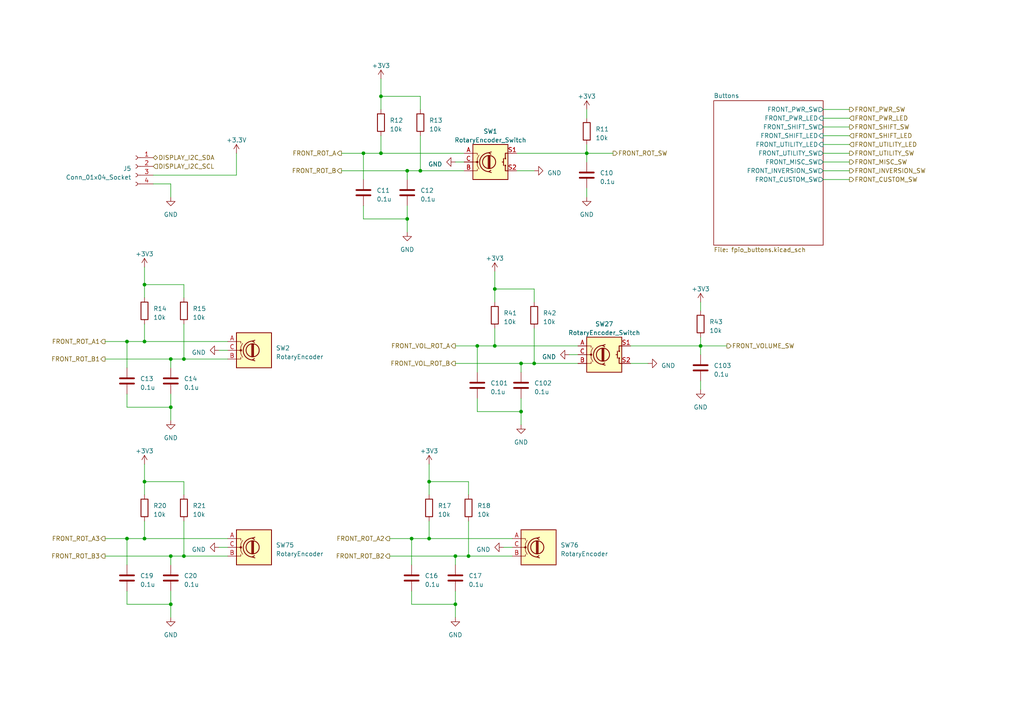
<source format=kicad_sch>
(kicad_sch (version 20230121) (generator eeschema)
  (paper "A4")
  (lib_symbols
    (symbol "Connector:Conn_01x04_Socket" (pin_names (offset 1.016) hide)
      (property "Reference" "J" (at 0 5.08 0))
      (property "Value" "Conn_01x04_Socket" (at 0 -7.62 0))
      (symbol "Conn_01x04_Socket_1_1"
        (arc (start 0 -4.572) (mid -0.5058 -5.08) (end 0 -5.588) (stroke (width 0.1524)))
        (arc (start 0 -2.032) (mid -0.5058 -2.54) (end 0 -3.048) (stroke (width 0.1524)))
        (polyline (pts (xy -1.27 -5.08) (xy -0.508 -5.08)) (stroke (width 0.1524)))
        (polyline (pts (xy -1.27 -2.54) (xy -0.508 -2.54)) (stroke (width 0.1524)))
        (polyline (pts (xy -1.27 0) (xy -0.508 0)) (stroke (width 0.1524)))
        (polyline (pts (xy -1.27 2.54) (xy -0.508 2.54)) (stroke (width 0.1524)))
        (arc (start 0 0.508) (mid -0.5058 0) (end 0 -0.508) (stroke (width 0.1524)))
        (arc (start 0 3.048) (mid -0.5058 2.54) (end 0 2.032) (stroke (width 0.1524)))
        (pin passive line (at -5.08 2.54 0) (length 3.81) (name "Pin_1") (number "1"))
        (pin passive line (at -5.08 0 0) (length 3.81) (name "Pin_2") (number "2"))
        (pin passive line (at -5.08 -2.54 0) (length 3.81) (name "Pin_3") (number "3"))
        (pin passive line (at -5.08 -5.08 0) (length 3.81) (name "Pin_4") (number "4"))
      )
    )
    (symbol "Device:C" (pin_numbers hide) (pin_names (offset 0.254))
      (property "Reference" "C" (at 0.635 2.54 0))
      (property "Value" "C" (at 0.635 -2.54 0))
      (symbol "C_0_1"
        (polyline (pts (xy -2.032 -0.762) (xy 2.032 -0.762)) (stroke (width 0.508)))
        (polyline (pts (xy -2.032 0.762) (xy 2.032 0.762)) (stroke (width 0.508)))
      )
      (symbol "C_1_1"
        (pin passive line (at 0 3.81 270) (length 2.794) (name "~") (number "1"))
        (pin passive line (at 0 -3.81 90) (length 2.794) (name "~") (number "2"))
      )
    )
    (symbol "Device:R" (pin_numbers hide) (pin_names (offset 0))
      (property "Reference" "R" (at 2.032 0 90))
      (property "Value" "R" (at 0 0 90))
      (symbol "R_0_1"
        (rectangle (start -1.016 -2.54) (end 1.016 2.54) (stroke (width 0.254)))
      )
      (symbol "R_1_1"
        (pin passive line (at 0 3.81 270) (length 1.27) (name "~") (number "1"))
        (pin passive line (at 0 -3.81 90) (length 1.27) (name "~") (number "2"))
      )
    )
    (symbol "Device:RotaryEncoder" (pin_names (offset 0.254) hide)
      (property "Reference" "SW" (at 0 6.604 0))
      (property "Value" "RotaryEncoder" (at 0 -6.604 0))
      (symbol "RotaryEncoder_0_1"
        (rectangle (start -5.08 5.08) (end 5.08 -5.08) (stroke (width 0.254)) (fill (type background)))
        (circle (center -3.81 0) (radius 0.254) (fill (type outline)))
        (circle (center -0.381 0) (radius 1.905) (stroke (width 0.254)))
        (arc (start -0.381 2.667) (mid -3.0988 -0.0635) (end -0.381 -2.794) (stroke (width 0.254)))
        (polyline (pts (xy -0.635 -1.778) (xy -0.635 1.778)) (stroke (width 0.254)))
        (polyline (pts (xy -0.381 -1.778) (xy -0.381 1.778)) (stroke (width 0.254)))
        (polyline (pts (xy -0.127 1.778) (xy -0.127 -1.778)) (stroke (width 0.254)))
        (polyline (pts (xy -5.08 -2.54) (xy -3.81 -2.54) (xy -3.81 -2.032)))
        (polyline (pts (xy -5.08 2.54) (xy -3.81 2.54) (xy -3.81 2.032)))
        (polyline (pts (xy 0.254 -3.048) (xy -0.508 -2.794) (xy 0.127 -2.413)) (stroke (width 0.254)))
        (polyline (pts (xy 0.254 2.921) (xy -0.508 2.667) (xy 0.127 2.286)) (stroke (width 0.254)))
        (polyline (pts (xy -5.08 0) (xy -3.81 0) (xy -3.81 -1.016) (xy -3.302 -2.032)))
        (polyline (pts (xy -4.318 0) (xy -3.81 0) (xy -3.81 1.016) (xy -3.302 2.032)))
      )
      (symbol "RotaryEncoder_1_1"
        (pin passive line (at -7.62 2.54 0) (length 2.54) (name "A") (number "A"))
        (pin passive line (at -7.62 -2.54 0) (length 2.54) (name "B") (number "B"))
        (pin passive line (at -7.62 0 0) (length 2.54) (name "C") (number "C"))
      )
    )
    (symbol "Device:RotaryEncoder_Switch" (pin_names (offset 0.254) hide)
      (property "Reference" "SW" (at 0 6.604 0))
      (property "Value" "RotaryEncoder_Switch" (at 0 -6.604 0))
      (symbol "RotaryEncoder_Switch_0_1"
        (rectangle (start -5.08 5.08) (end 5.08 -5.08) (stroke (width 0.254)) (fill (type background)))
        (circle (center -3.81 0) (radius 0.254) (fill (type outline)))
        (circle (center -0.381 0) (radius 1.905) (stroke (width 0.254)))
        (arc (start -0.381 2.667) (mid -3.0988 -0.0635) (end -0.381 -2.794) (stroke (width 0.254)))
        (polyline (pts (xy -0.635 -1.778) (xy -0.635 1.778)) (stroke (width 0.254)))
        (polyline (pts (xy -0.381 -1.778) (xy -0.381 1.778)) (stroke (width 0.254)))
        (polyline (pts (xy -0.127 1.778) (xy -0.127 -1.778)) (stroke (width 0.254)))
        (polyline (pts (xy 3.81 0) (xy 3.429 0)) (stroke (width 0.254)))
        (polyline (pts (xy 3.81 1.016) (xy 3.81 -1.016)) (stroke (width 0.254)))
        (polyline (pts (xy -5.08 -2.54) (xy -3.81 -2.54) (xy -3.81 -2.032)))
        (polyline (pts (xy -5.08 2.54) (xy -3.81 2.54) (xy -3.81 2.032)))
        (polyline (pts (xy 0.254 -3.048) (xy -0.508 -2.794) (xy 0.127 -2.413)) (stroke (width 0.254)))
        (polyline (pts (xy 0.254 2.921) (xy -0.508 2.667) (xy 0.127 2.286)) (stroke (width 0.254)))
        (polyline (pts (xy 5.08 -2.54) (xy 4.318 -2.54) (xy 4.318 -1.016)) (stroke (width 0.254)))
        (polyline (pts (xy 5.08 2.54) (xy 4.318 2.54) (xy 4.318 1.016)) (stroke (width 0.254)))
        (polyline (pts (xy -5.08 0) (xy -3.81 0) (xy -3.81 -1.016) (xy -3.302 -2.032)))
        (polyline (pts (xy -4.318 0) (xy -3.81 0) (xy -3.81 1.016) (xy -3.302 2.032)))
        (circle (center 4.318 -1.016) (radius 0.127) (stroke (width 0.254)))
        (circle (center 4.318 1.016) (radius 0.127) (stroke (width 0.254)))
      )
      (symbol "RotaryEncoder_Switch_1_1"
        (pin passive line (at -7.62 2.54 0) (length 2.54) (name "A") (number "A"))
        (pin passive line (at -7.62 -2.54 0) (length 2.54) (name "B") (number "B"))
        (pin passive line (at -7.62 0 0) (length 2.54) (name "C") (number "C"))
        (pin passive line (at 7.62 2.54 180) (length 2.54) (name "S1") (number "S1"))
        (pin passive line (at 7.62 -2.54 180) (length 2.54) (name "S2") (number "S2"))
      )
    )
    (symbol "power:+3.3V" (power) (pin_names (offset 0))
      (property "Value" "+3.3V" (at 0 3.556 0))
      (symbol "+3.3V_0_1"
        (polyline (pts (xy -0.762 1.27) (xy 0 2.54)))
        (polyline (pts (xy 0 0) (xy 0 2.54)))
        (polyline (pts (xy 0 2.54) (xy 0.762 1.27)))
      )
      (symbol "+3.3V_1_1"
        (pin power_in line (at 0 0 90) (length 0) hide (name "+3.3V") (number "1"))
      )
    )
    (symbol "power:+3V3" (power) (pin_names (offset 0))
      (property "Value" "+3V3" (at 0 3.556 0))
      (symbol "+3V3_0_1"
        (polyline (pts (xy -0.762 1.27) (xy 0 2.54)))
        (polyline (pts (xy 0 0) (xy 0 2.54)))
        (polyline (pts (xy 0 2.54) (xy 0.762 1.27)))
      )
      (symbol "+3V3_1_1"
        (pin power_in line (at 0 0 90) (length 0) hide (name "+3V3") (number "1"))
      )
    )
    (symbol "power:GND" (power) (pin_names (offset 0))
      (property "Value" "GND" (at 0 -3.81 0))
      (symbol "GND_0_1"
        (polyline (pts (xy 0 0) (xy 0 -1.27) (xy 1.27 -1.27) (xy 0 -2.54) (xy -1.27 -1.27) (xy 0 -1.27)))
      )
      (symbol "GND_1_1"
        (pin power_in line (at 0 0 270) (length 0) hide (name "GND") (number "1"))
      )
    )
  )
  (junction (at 143.51 83.82))
  (junction (at 119.38 156.21))
  (junction (at 36.83 99.06))
  (junction (at 124.46 139.7))
  (junction (at 110.49 27.94))
  (junction (at 170.18 44.45))
  (junction (at 105.41 44.45))
  (junction (at 118.11 63.5))
  (junction (at 143.51 100.33))
  (junction (at 138.43 100.33))
  (junction (at 49.53 118.11))
  (junction (at 49.53 175.26))
  (junction (at 132.08 161.29))
  (junction (at 36.83 156.21))
  (junction (at 135.89 161.29))
  (junction (at 41.91 82.55))
  (junction (at 121.92 49.53))
  (junction (at 49.53 161.29))
  (junction (at 203.2 100.33))
  (junction (at 132.08 175.26))
  (junction (at 53.34 161.29))
  (junction (at 41.91 99.06))
  (junction (at 41.91 139.7))
  (junction (at 151.13 119.38))
  (junction (at 49.53 104.14))
  (junction (at 53.34 104.14))
  (junction (at 41.91 156.21))
  (junction (at 151.13 105.41))
  (junction (at 124.46 156.21))
  (junction (at 154.94 105.41))
  (junction (at 110.49 44.45))
  (junction (at 118.11 49.53))
  (wire (pts (xy 110.49 27.94) (xy 121.92 27.94)))
  (wire (pts (xy 105.41 44.45) (xy 105.41 52.07)))
  (wire (pts (xy 41.91 99.06) (xy 66.04 99.06)))
  (wire (pts (xy 132.08 171.45) (xy 132.08 175.26)))
  (wire (pts (xy 41.91 82.55) (xy 53.34 82.55)))
  (wire (pts (xy 154.94 83.82) (xy 154.94 87.63)))
  (wire (pts (xy 135.89 139.7) (xy 135.89 143.51)))
  (wire (pts (xy 99.06 44.45) (xy 105.41 44.45)))
  (wire (pts (xy 119.38 156.21) (xy 119.38 163.83)))
  (wire (pts (xy 44.45 50.8) (xy 68.58 50.8)))
  (wire (pts (xy 148.59 158.75) (xy 146.05 158.75)))
  (wire (pts (xy 49.53 104.14) (xy 49.53 106.68)))
  (wire (pts (xy 41.91 151.13) (xy 41.91 156.21)))
  (wire (pts (xy 118.11 59.69) (xy 118.11 63.5)))
  (wire (pts (xy 36.83 99.06) (xy 41.91 99.06)))
  (wire (pts (xy 238.76 31.75) (xy 246.38 31.75)))
  (wire (pts (xy 170.18 31.75) (xy 170.18 34.29)))
  (wire (pts (xy 132.08 161.29) (xy 135.89 161.29)))
  (wire (pts (xy 203.2 87.63) (xy 203.2 90.17)))
  (wire (pts (xy 238.76 52.07) (xy 246.38 52.07)))
  (wire (pts (xy 41.91 156.21) (xy 66.04 156.21)))
  (wire (pts (xy 118.11 49.53) (xy 121.92 49.53)))
  (wire (pts (xy 30.48 161.29) (xy 49.53 161.29)))
  (wire (pts (xy 99.06 49.53) (xy 118.11 49.53)))
  (wire (pts (xy 132.08 105.41) (xy 151.13 105.41)))
  (wire (pts (xy 132.08 175.26) (xy 132.08 179.07)))
  (wire (pts (xy 49.53 161.29) (xy 49.53 163.83)))
  (wire (pts (xy 138.43 100.33) (xy 138.43 107.95)))
  (wire (pts (xy 119.38 156.21) (xy 124.46 156.21)))
  (wire (pts (xy 110.49 22.86) (xy 110.49 27.94)))
  (wire (pts (xy 121.92 27.94) (xy 121.92 31.75)))
  (wire (pts (xy 124.46 151.13) (xy 124.46 156.21)))
  (wire (pts (xy 167.64 102.87) (xy 165.1 102.87)))
  (wire (pts (xy 30.48 99.06) (xy 36.83 99.06)))
  (wire (pts (xy 68.58 50.8) (xy 68.58 44.45)))
  (wire (pts (xy 36.83 171.45) (xy 36.83 175.26)))
  (wire (pts (xy 105.41 59.69) (xy 105.41 63.5)))
  (wire (pts (xy 154.94 95.25) (xy 154.94 105.41)))
  (wire (pts (xy 151.13 105.41) (xy 151.13 107.95)))
  (wire (pts (xy 119.38 171.45) (xy 119.38 175.26)))
  (wire (pts (xy 124.46 139.7) (xy 124.46 143.51)))
  (wire (pts (xy 105.41 44.45) (xy 110.49 44.45)))
  (wire (pts (xy 121.92 39.37) (xy 121.92 49.53)))
  (wire (pts (xy 170.18 46.99) (xy 170.18 44.45)))
  (wire (pts (xy 151.13 105.41) (xy 154.94 105.41)))
  (wire (pts (xy 132.08 100.33) (xy 138.43 100.33)))
  (wire (pts (xy 203.2 102.87) (xy 203.2 100.33)))
  (wire (pts (xy 238.76 39.37) (xy 246.38 39.37)))
  (wire (pts (xy 49.53 104.14) (xy 53.34 104.14)))
  (wire (pts (xy 36.83 99.06) (xy 36.83 106.68)))
  (wire (pts (xy 36.83 156.21) (xy 36.83 163.83)))
  (wire (pts (xy 119.38 175.26) (xy 132.08 175.26)))
  (wire (pts (xy 154.94 105.41) (xy 167.64 105.41)))
  (wire (pts (xy 238.76 36.83) (xy 246.38 36.83)))
  (wire (pts (xy 49.53 175.26) (xy 49.53 179.07)))
  (wire (pts (xy 113.03 161.29) (xy 132.08 161.29)))
  (wire (pts (xy 53.34 151.13) (xy 53.34 161.29)))
  (wire (pts (xy 36.83 118.11) (xy 49.53 118.11)))
  (wire (pts (xy 41.91 77.47) (xy 41.91 82.55)))
  (wire (pts (xy 203.2 97.79) (xy 203.2 100.33)))
  (wire (pts (xy 41.91 139.7) (xy 41.91 143.51)))
  (wire (pts (xy 53.34 93.98) (xy 53.34 104.14)))
  (wire (pts (xy 44.45 53.34) (xy 49.53 53.34)))
  (wire (pts (xy 124.46 156.21) (xy 148.59 156.21)))
  (wire (pts (xy 110.49 44.45) (xy 134.62 44.45)))
  (wire (pts (xy 138.43 100.33) (xy 143.51 100.33)))
  (wire (pts (xy 66.04 158.75) (xy 63.5 158.75)))
  (wire (pts (xy 110.49 27.94) (xy 110.49 31.75)))
  (wire (pts (xy 66.04 101.6) (xy 63.5 101.6)))
  (wire (pts (xy 134.62 46.99) (xy 132.08 46.99)))
  (wire (pts (xy 238.76 46.99) (xy 246.38 46.99)))
  (wire (pts (xy 149.86 44.45) (xy 170.18 44.45)))
  (wire (pts (xy 238.76 34.29) (xy 246.38 34.29)))
  (wire (pts (xy 49.53 118.11) (xy 49.53 121.92)))
  (wire (pts (xy 149.86 49.53) (xy 154.94 49.53)))
  (wire (pts (xy 49.53 161.29) (xy 53.34 161.29)))
  (wire (pts (xy 105.41 63.5) (xy 118.11 63.5)))
  (wire (pts (xy 49.53 53.34) (xy 49.53 57.15)))
  (wire (pts (xy 138.43 115.57) (xy 138.43 119.38)))
  (wire (pts (xy 41.91 82.55) (xy 41.91 86.36)))
  (wire (pts (xy 238.76 49.53) (xy 246.38 49.53)))
  (wire (pts (xy 124.46 139.7) (xy 135.89 139.7)))
  (wire (pts (xy 238.76 44.45) (xy 246.38 44.45)))
  (wire (pts (xy 49.53 114.3) (xy 49.53 118.11)))
  (wire (pts (xy 182.88 105.41) (xy 187.96 105.41)))
  (wire (pts (xy 170.18 57.15) (xy 170.18 54.61)))
  (wire (pts (xy 30.48 156.21) (xy 36.83 156.21)))
  (wire (pts (xy 203.2 113.03) (xy 203.2 110.49)))
  (wire (pts (xy 53.34 139.7) (xy 53.34 143.51)))
  (wire (pts (xy 132.08 161.29) (xy 132.08 163.83)))
  (wire (pts (xy 110.49 39.37) (xy 110.49 44.45)))
  (wire (pts (xy 151.13 119.38) (xy 151.13 123.19)))
  (wire (pts (xy 143.51 83.82) (xy 154.94 83.82)))
  (wire (pts (xy 41.91 93.98) (xy 41.91 99.06)))
  (wire (pts (xy 36.83 175.26) (xy 49.53 175.26)))
  (wire (pts (xy 118.11 63.5) (xy 118.11 67.31)))
  (wire (pts (xy 138.43 119.38) (xy 151.13 119.38)))
  (wire (pts (xy 135.89 161.29) (xy 148.59 161.29)))
  (wire (pts (xy 113.03 156.21) (xy 119.38 156.21)))
  (wire (pts (xy 41.91 134.62) (xy 41.91 139.7)))
  (wire (pts (xy 49.53 171.45) (xy 49.53 175.26)))
  (wire (pts (xy 238.76 41.91) (xy 246.38 41.91)))
  (wire (pts (xy 203.2 100.33) (xy 210.82 100.33)))
  (wire (pts (xy 124.46 134.62) (xy 124.46 139.7)))
  (wire (pts (xy 143.51 78.74) (xy 143.51 83.82)))
  (wire (pts (xy 151.13 115.57) (xy 151.13 119.38)))
  (wire (pts (xy 53.34 161.29) (xy 66.04 161.29)))
  (wire (pts (xy 30.48 104.14) (xy 49.53 104.14)))
  (wire (pts (xy 121.92 49.53) (xy 134.62 49.53)))
  (wire (pts (xy 170.18 44.45) (xy 177.8 44.45)))
  (wire (pts (xy 53.34 104.14) (xy 66.04 104.14)))
  (wire (pts (xy 143.51 95.25) (xy 143.51 100.33)))
  (wire (pts (xy 170.18 41.91) (xy 170.18 44.45)))
  (wire (pts (xy 135.89 151.13) (xy 135.89 161.29)))
  (wire (pts (xy 53.34 82.55) (xy 53.34 86.36)))
  (wire (pts (xy 41.91 139.7) (xy 53.34 139.7)))
  (wire (pts (xy 36.83 156.21) (xy 41.91 156.21)))
  (wire (pts (xy 182.88 100.33) (xy 203.2 100.33)))
  (wire (pts (xy 143.51 100.33) (xy 167.64 100.33)))
  (wire (pts (xy 118.11 49.53) (xy 118.11 52.07)))
  (wire (pts (xy 143.51 83.82) (xy 143.51 87.63)))
  (wire (pts (xy 36.83 114.3) (xy 36.83 118.11)))
  (hierarchical_label "FRONT_PWR_SW" (shape output) (at 246.38 31.75 0))
  (hierarchical_label "FRONT_ROT_B2" (shape output) (at 113.03 161.29 180))
  (hierarchical_label "FRONT_VOL_ROT_A" (shape output) (at 132.08 100.33 180))
  (hierarchical_label "FRONT_SHIFT_SW" (shape output) (at 246.38 36.83 0))
  (hierarchical_label "FRONT_VOLUME_SW" (shape output) (at 210.82 100.33 0))
  (hierarchical_label "FRONT_UTILITY_SW" (shape output) (at 246.38 44.45 0))
  (hierarchical_label "FRONT_VOL_ROT_B" (shape output) (at 132.08 105.41 180))
  (hierarchical_label "FRONT_INVERSION_SW" (shape output) (at 246.38 49.53 0))
  (hierarchical_label "FRONT_ROT_B1" (shape output) (at 30.48 104.14 180))
  (hierarchical_label "DISPLAY_I2C_SCL" (shape input) (at 44.45 48.26 0))
  (hierarchical_label "FRONT_UTILITY_LED" (shape input) (at 246.38 41.91 0))
  (hierarchical_label "FRONT_CUSTOM_SW" (shape output) (at 246.38 52.07 0))
  (hierarchical_label "FRONT_ROT_A" (shape output) (at 99.06 44.45 180))
  (hierarchical_label "FRONT_ROT_A3" (shape output) (at 30.48 156.21 180))
  (hierarchical_label "FRONT_ROT_A2" (shape output) (at 113.03 156.21 180))
  (hierarchical_label "DISPLAY_I2C_SDA" (shape bidirectional) (at 44.45 45.72 0))
  (hierarchical_label "FRONT_PWR_LED" (shape input) (at 246.38 34.29 0))
  (hierarchical_label "FRONT_SHIFT_LED" (shape input) (at 246.38 39.37 0))
  (hierarchical_label "FRONT_ROT_B" (shape output) (at 99.06 49.53 180))
  (hierarchical_label "FRONT_ROT_SW" (shape output) (at 177.8 44.45 0))
  (hierarchical_label "FRONT_MISC_SW" (shape output) (at 246.38 46.99 0))
  (hierarchical_label "FRONT_ROT_B3" (shape output) (at 30.48 161.29 180))
  (hierarchical_label "FRONT_ROT_A1" (shape output) (at 30.48 99.06 180))
  (symbol (lib_id "Device:R") (at 203.2 93.98 0) (unit 1)
    (property "Reference" "R43" (at 205.74 93.345 0) (effects (justify left)))
    (property "Value" "10k" (at 205.74 95.885 0) (effects (justify left)))
  )
  (symbol (lib_id "Device:C") (at 119.38 167.64 0) (unit 1)
    (property "Reference" "C16" (at 123.19 167.005 0) (effects (justify left)))
    (property "Value" "0.1u" (at 123.19 169.545 0) (effects (justify left)))
  )
  (symbol (lib_id "power:GND") (at 132.08 46.99 270) (unit 1)
    (property "Reference" "#PWR028" (effects hide))
    (property "Value" "GND" (at 128.27 47.625 90) (effects (justify right)))
  )
  (symbol (lib_id "power:GND") (at 165.1 102.87 270) (unit 1)
    (property "Reference" "#PWR0223" (effects hide))
    (property "Value" "GND" (at 161.29 103.505 90) (effects (justify right)))
  )
  (symbol (lib_id "Device:R") (at 154.94 91.44 0) (unit 1)
    (property "Reference" "R42" (at 157.48 90.805 0) (effects (justify left)))
    (property "Value" "10k" (at 157.48 93.345 0) (effects (justify left)))
  )
  (symbol (lib_id "Device:C") (at 36.83 110.49 0) (unit 1)
    (property "Reference" "C13" (at 40.64 109.855 0) (effects (justify left)))
    (property "Value" "0.1u" (at 40.64 112.395 0) (effects (justify left)))
  )
  (symbol (lib_id "Device:C") (at 36.83 167.64 0) (unit 1)
    (property "Reference" "C19" (at 40.64 167.005 0) (effects (justify left)))
    (property "Value" "0.1u" (at 40.64 169.545 0) (effects (justify left)))
  )
  (symbol (lib_id "power:GND") (at 203.2 113.03 0) (unit 1)
    (property "Reference" "#PWR0226" (effects hide))
    (property "Value" "GND" (at 203.2 118.11 0))
  )
  (symbol (lib_id "Device:R") (at 53.34 90.17 0) (unit 1)
    (property "Reference" "R15" (at 55.88 89.535 0) (effects (justify left)))
    (property "Value" "10k" (at 55.88 92.075 0) (effects (justify left)))
  )
  (symbol (lib_id "Device:RotaryEncoder") (at 156.21 158.75 0) (unit 1)
    (property "Reference" "SW76" (at 162.56 158.115 0) (effects (justify left)))
    (property "Value" "RotaryEncoder" (at 162.56 160.655 0) (effects (justify left)))
  )
  (symbol (lib_id "Device:R") (at 110.49 35.56 0) (unit 1)
    (property "Reference" "R12" (at 113.03 34.925 0) (effects (justify left)))
    (property "Value" "10k" (at 113.03 37.465 0) (effects (justify left)))
  )
  (symbol (lib_id "Device:R") (at 121.92 35.56 0) (unit 1)
    (property "Reference" "R13" (at 124.46 34.925 0) (effects (justify left)))
    (property "Value" "10k" (at 124.46 37.465 0) (effects (justify left)))
  )
  (symbol (lib_id "power:GND") (at 170.18 57.15 0) (unit 1)
    (property "Reference" "#PWR029" (effects hide))
    (property "Value" "GND" (at 170.18 62.23 0))
  )
  (symbol (lib_id "Device:C") (at 49.53 167.64 0) (unit 1)
    (property "Reference" "C20" (at 53.34 167.005 0) (effects (justify left)))
    (property "Value" "0.1u" (at 53.34 169.545 0) (effects (justify left)))
  )
  (symbol (lib_id "power:+3V3") (at 41.91 77.47 0) (unit 1)
    (property "Reference" "#PWR033" (effects hide))
    (property "Value" "+3V3" (at 41.91 73.66 0))
  )
  (symbol (lib_id "Device:C") (at 170.18 50.8 0) (unit 1)
    (property "Reference" "C10" (at 173.99 50.165 0) (effects (justify left)))
    (property "Value" "0.1u" (at 173.99 52.705 0) (effects (justify left)))
  )
  (symbol (lib_id "power:+3V3") (at 110.49 22.86 0) (unit 1)
    (property "Reference" "#PWR031" (effects hide))
    (property "Value" "+3V3" (at 110.49 19.05 0))
  )
  (symbol (lib_id "Device:RotaryEncoder") (at 73.66 101.6 0) (unit 1)
    (property "Reference" "SW2" (at 80.01 100.965 0) (effects (justify left)))
    (property "Value" "RotaryEncoder" (at 80.01 103.505 0) (effects (justify left)))
  )
  (symbol (lib_id "Device:RotaryEncoder_Switch") (at 142.24 46.99 0) (unit 1)
    (property "Reference" "SW1" (at 142.24 38.1 0))
    (property "Value" "RotaryEncoder_Switch" (at 142.24 40.64 0))
  )
  (symbol (lib_id "Device:R") (at 53.34 147.32 0) (unit 1)
    (property "Reference" "R21" (at 55.88 146.685 0) (effects (justify left)))
    (property "Value" "10k" (at 55.88 149.225 0) (effects (justify left)))
  )
  (symbol (lib_id "Device:C") (at 105.41 55.88 0) (unit 1)
    (property "Reference" "C11" (at 109.22 55.245 0) (effects (justify left)))
    (property "Value" "0.1u" (at 109.22 57.785 0) (effects (justify left)))
  )
  (symbol (lib_id "power:GND") (at 63.5 101.6 270) (unit 1)
    (property "Reference" "#PWR035" (effects hide))
    (property "Value" "GND" (at 59.69 102.235 90) (effects (justify right)))
  )
  (symbol (lib_id "power:GND") (at 49.53 121.92 0) (unit 1)
    (property "Reference" "#PWR034" (effects hide))
    (property "Value" "GND" (at 49.53 127 0))
  )
  (symbol (lib_id "Device:R") (at 135.89 147.32 0) (unit 1)
    (property "Reference" "R18" (at 138.43 146.685 0) (effects (justify left)))
    (property "Value" "10k" (at 138.43 149.225 0) (effects (justify left)))
  )
  (symbol (lib_id "Device:C") (at 49.53 110.49 0) (unit 1)
    (property "Reference" "C14" (at 53.34 109.855 0) (effects (justify left)))
    (property "Value" "0.1u" (at 53.34 112.395 0) (effects (justify left)))
  )
  (symbol (lib_id "Device:RotaryEncoder") (at 73.66 158.75 0) (unit 1)
    (property "Reference" "SW75" (at 80.01 158.115 0) (effects (justify left)))
    (property "Value" "RotaryEncoder" (at 80.01 160.655 0) (effects (justify left)))
  )
  (symbol (lib_id "power:GND") (at 63.5 158.75 270) (unit 1)
    (property "Reference" "#PWR047" (effects hide))
    (property "Value" "GND" (at 59.69 159.385 90) (effects (justify right)))
  )
  (symbol (lib_id "Device:C") (at 203.2 106.68 0) (unit 1)
    (property "Reference" "C103" (at 207.01 106.045 0) (effects (justify left)))
    (property "Value" "0.1u" (at 207.01 108.585 0) (effects (justify left)))
  )
  (symbol (lib_id "power:+3V3") (at 41.91 134.62 0) (unit 1)
    (property "Reference" "#PWR045" (effects hide))
    (property "Value" "+3V3" (at 41.91 130.81 0))
  )
  (symbol (lib_id "power:+3V3") (at 124.46 134.62 0) (unit 1)
    (property "Reference" "#PWR039" (effects hide))
    (property "Value" "+3V3" (at 124.46 130.81 0))
  )
  (symbol (lib_id "Device:R") (at 143.51 91.44 0) (unit 1)
    (property "Reference" "R41" (at 146.05 90.805 0) (effects (justify left)))
    (property "Value" "10k" (at 146.05 93.345 0) (effects (justify left)))
  )
  (symbol (lib_id "Device:C") (at 132.08 167.64 0) (unit 1)
    (property "Reference" "C17" (at 135.89 167.005 0) (effects (justify left)))
    (property "Value" "0.1u" (at 135.89 169.545 0) (effects (justify left)))
  )
  (symbol (lib_id "Device:C") (at 118.11 55.88 0) (unit 1)
    (property "Reference" "C12" (at 121.92 55.245 0) (effects (justify left)))
    (property "Value" "0.1u" (at 121.92 57.785 0) (effects (justify left)))
  )
  (symbol (lib_id "power:+3.3V") (at 68.58 44.45 0) (unit 1)
    (property "Reference" "#PWR026" (effects hide))
    (property "Value" "+3.3V" (at 68.58 40.64 0))
  )
  (symbol (lib_id "power:+3V3") (at 143.51 78.74 0) (unit 1)
    (property "Reference" "#PWR0221" (effects hide))
    (property "Value" "+3V3" (at 143.51 74.93 0))
  )
  (symbol (lib_id "power:GND") (at 151.13 123.19 0) (unit 1)
    (property "Reference" "#PWR0222" (effects hide))
    (property "Value" "GND" (at 151.13 128.27 0))
  )
  (symbol (lib_id "power:+3V3") (at 170.18 31.75 0) (unit 1)
    (property "Reference" "#PWR030" (effects hide))
    (property "Value" "+3V3" (at 170.18 27.94 0))
  )
  (symbol (lib_id "power:GND") (at 132.08 179.07 0) (unit 1)
    (property "Reference" "#PWR040" (effects hide))
    (property "Value" "GND" (at 132.08 184.15 0))
  )
  (symbol (lib_id "Device:RotaryEncoder_Switch") (at 175.26 102.87 0) (unit 1)
    (property "Reference" "SW27" (at 175.26 93.98 0))
    (property "Value" "RotaryEncoder_Switch" (at 175.26 96.52 0))
  )
  (symbol (lib_id "power:GND") (at 49.53 57.15 0) (unit 1)
    (property "Reference" "#PWR025" (effects hide))
    (property "Value" "GND" (at 49.53 62.23 0))
  )
  (symbol (lib_id "Device:R") (at 170.18 38.1 0) (unit 1)
    (property "Reference" "R11" (at 172.72 37.465 0) (effects (justify left)))
    (property "Value" "10k" (at 172.72 40.005 0) (effects (justify left)))
  )
  (symbol (lib_id "Device:C") (at 138.43 111.76 0) (unit 1)
    (property "Reference" "C101" (at 142.24 111.125 0) (effects (justify left)))
    (property "Value" "0.1u" (at 142.24 113.665 0) (effects (justify left)))
  )
  (symbol (lib_id "power:GND") (at 187.96 105.41 90) (unit 1)
    (property "Reference" "#PWR0224" (effects hide))
    (property "Value" "GND" (at 191.77 106.045 90) (effects (justify right)))
  )
  (symbol (lib_id "power:+3V3") (at 203.2 87.63 0) (unit 1)
    (property "Reference" "#PWR0225" (effects hide))
    (property "Value" "+3V3" (at 203.2 83.82 0))
  )
  (symbol (lib_id "Device:R") (at 124.46 147.32 0) (unit 1)
    (property "Reference" "R17" (at 127 146.685 0) (effects (justify left)))
    (property "Value" "10k" (at 127 149.225 0) (effects (justify left)))
  )
  (symbol (lib_id "power:GND") (at 146.05 158.75 270) (unit 1)
    (property "Reference" "#PWR041" (effects hide))
    (property "Value" "GND" (at 142.24 159.385 90) (effects (justify right)))
  )
  (symbol (lib_id "Device:C") (at 151.13 111.76 0) (unit 1)
    (property "Reference" "C102" (at 154.94 111.125 0) (effects (justify left)))
    (property "Value" "0.1u" (at 154.94 113.665 0) (effects (justify left)))
  )
  (symbol (lib_id "Connector:Conn_01x04_Socket") (at 39.37 48.26 0) (mirror y) (unit 1)
    (property "Reference" "J5" (at 38.1 48.895 0) (effects (justify left)))
    (property "Value" "Conn_01x04_Socket" (at 38.1 51.435 0) (effects (justify left)))
    (property "Footprint" "Display:OLED-128O064D" (effects hide))
  )
  (symbol (lib_id "power:GND") (at 154.94 49.53 90) (unit 1)
    (property "Reference" "#PWR027" (effects hide))
    (property "Value" "GND" (at 158.75 50.165 90) (effects (justify right)))
  )
  (symbol (lib_id "power:GND") (at 118.11 67.31 0) (unit 1)
    (property "Reference" "#PWR032" (effects hide))
    (property "Value" "GND" (at 118.11 72.39 0))
  )
  (symbol (lib_id "Device:R") (at 41.91 90.17 0) (unit 1)
    (property "Reference" "R14" (at 44.45 89.535 0) (effects (justify left)))
    (property "Value" "10k" (at 44.45 92.075 0) (effects (justify left)))
  )
  (symbol (lib_id "Device:R") (at 41.91 147.32 0) (unit 1)
    (property "Reference" "R20" (at 44.45 146.685 0) (effects (justify left)))
    (property "Value" "10k" (at 44.45 149.225 0) (effects (justify left)))
  )
  (symbol (lib_id "power:GND") (at 49.53 179.07 0) (unit 1)
    (property "Reference" "#PWR046" (effects hide))
    (property "Value" "GND" (at 49.53 184.15 0))
  )
  (sheet (at 207.01 29.21) (size 31.75 41.91) (stroke (width 0.1524))
    (property "Sheetname" "Buttons" (at 207.01 28.4984 0) (effects (justify left bottom)))
    (property "Sheetfile" "fpio_buttons.kicad_sch" (at 207.01 71.7046 0) (effects (justify left top)))
    (pin "FRONT_UTILITY_SW" output (at 238.76 44.45 0))
    (pin "FRONT_UTILITY_LED" input (at 238.76 41.91 0))
    (pin "FRONT_PWR_SW" output (at 238.76 31.75 0))
    (pin "FRONT_CUSTOM_SW" output (at 238.76 52.07 0))
    (pin "FRONT_INVERSION_SW" output (at 238.76 49.53 0))
    (pin "FRONT_SHIFT_LED" input (at 238.76 39.37 0))
    (pin "FRONT_PWR_LED" input (at 238.76 34.29 0))
    (pin "FRONT_SHIFT_SW" output (at 238.76 36.83 0))
    (pin "FRONT_MISC_SW" output (at 238.76 46.99 0))
  )
)
</source>
